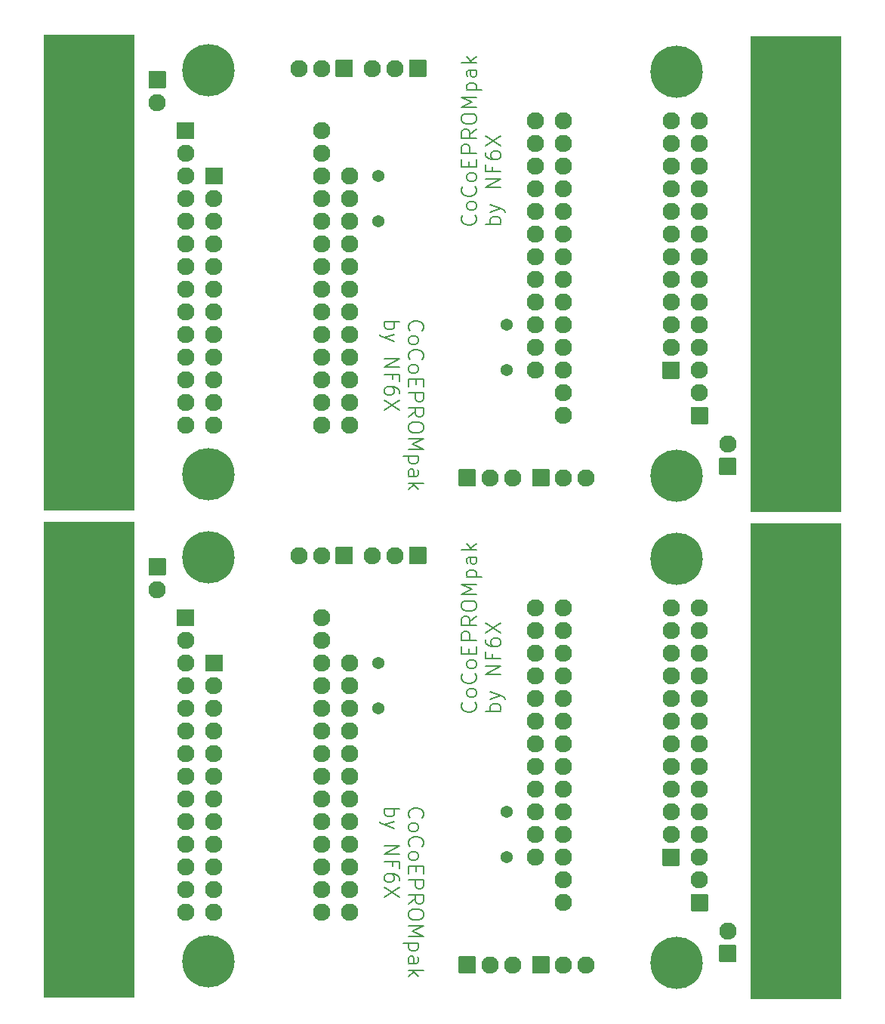
<source format=gbr>
%TF.GenerationSoftware,KiCad,Pcbnew,(5.1.10)-1*%
%TF.CreationDate,2022-10-07T13:26:38-03:00*%
%TF.ProjectId,CoCoEPROMpak,436f436f-4550-4524-9f4d-70616b2e6b69,rev?*%
%TF.SameCoordinates,Original*%
%TF.FileFunction,Soldermask,Top*%
%TF.FilePolarity,Negative*%
%FSLAX46Y46*%
G04 Gerber Fmt 4.6, Leading zero omitted, Abs format (unit mm)*
G04 Created by KiCad (PCBNEW (5.1.10)-1) date 2022-10-07 13:26:38*
%MOMM*%
%LPD*%
G01*
G04 APERTURE LIST*
%ADD10C,0.142240*%
%ADD11C,0.100000*%
%ADD12C,1.371600*%
%ADD13C,1.930400*%
%ADD14C,5.867400*%
G04 APERTURE END LIST*
D10*
X130661410Y-58319077D02*
X130741843Y-58399510D01*
X130822276Y-58640810D01*
X130822276Y-58801677D01*
X130741843Y-59042977D01*
X130580976Y-59203844D01*
X130420110Y-59284277D01*
X130098376Y-59364710D01*
X129857076Y-59364710D01*
X129535343Y-59284277D01*
X129374476Y-59203844D01*
X129213610Y-59042977D01*
X129133176Y-58801677D01*
X129133176Y-58640810D01*
X129213610Y-58399510D01*
X129294043Y-58319077D01*
X130822276Y-57353877D02*
X130741843Y-57514744D01*
X130661410Y-57595177D01*
X130500543Y-57675610D01*
X130017943Y-57675610D01*
X129857076Y-57595177D01*
X129776643Y-57514744D01*
X129696210Y-57353877D01*
X129696210Y-57112577D01*
X129776643Y-56951710D01*
X129857076Y-56871277D01*
X130017943Y-56790844D01*
X130500543Y-56790844D01*
X130661410Y-56871277D01*
X130741843Y-56951710D01*
X130822276Y-57112577D01*
X130822276Y-57353877D01*
X130661410Y-55101744D02*
X130741843Y-55182177D01*
X130822276Y-55423477D01*
X130822276Y-55584344D01*
X130741843Y-55825644D01*
X130580976Y-55986510D01*
X130420110Y-56066944D01*
X130098376Y-56147377D01*
X129857076Y-56147377D01*
X129535343Y-56066944D01*
X129374476Y-55986510D01*
X129213610Y-55825644D01*
X129133176Y-55584344D01*
X129133176Y-55423477D01*
X129213610Y-55182177D01*
X129294043Y-55101744D01*
X130822276Y-54136544D02*
X130741843Y-54297410D01*
X130661410Y-54377844D01*
X130500543Y-54458277D01*
X130017943Y-54458277D01*
X129857076Y-54377844D01*
X129776643Y-54297410D01*
X129696210Y-54136544D01*
X129696210Y-53895244D01*
X129776643Y-53734377D01*
X129857076Y-53653944D01*
X130017943Y-53573510D01*
X130500543Y-53573510D01*
X130661410Y-53653944D01*
X130741843Y-53734377D01*
X130822276Y-53895244D01*
X130822276Y-54136544D01*
X129937510Y-52849610D02*
X129937510Y-52286577D01*
X130822276Y-52045277D02*
X130822276Y-52849610D01*
X129133176Y-52849610D01*
X129133176Y-52045277D01*
X130822276Y-51321377D02*
X129133176Y-51321377D01*
X129133176Y-50677910D01*
X129213610Y-50517044D01*
X129294043Y-50436610D01*
X129454910Y-50356177D01*
X129696210Y-50356177D01*
X129857076Y-50436610D01*
X129937510Y-50517044D01*
X130017943Y-50677910D01*
X130017943Y-51321377D01*
X130822276Y-48667077D02*
X130017943Y-49230110D01*
X130822276Y-49632277D02*
X129133176Y-49632277D01*
X129133176Y-48988810D01*
X129213610Y-48827944D01*
X129294043Y-48747510D01*
X129454910Y-48667077D01*
X129696210Y-48667077D01*
X129857076Y-48747510D01*
X129937510Y-48827944D01*
X130017943Y-48988810D01*
X130017943Y-49632277D01*
X129133176Y-47621444D02*
X129133176Y-47299710D01*
X129213610Y-47138844D01*
X129374476Y-46977977D01*
X129696210Y-46897544D01*
X130259243Y-46897544D01*
X130580976Y-46977977D01*
X130741843Y-47138844D01*
X130822276Y-47299710D01*
X130822276Y-47621444D01*
X130741843Y-47782310D01*
X130580976Y-47943177D01*
X130259243Y-48023610D01*
X129696210Y-48023610D01*
X129374476Y-47943177D01*
X129213610Y-47782310D01*
X129133176Y-47621444D01*
X130822276Y-46173644D02*
X129133176Y-46173644D01*
X130339676Y-45610610D01*
X129133176Y-45047577D01*
X130822276Y-45047577D01*
X129696210Y-44243244D02*
X131385310Y-44243244D01*
X129776643Y-44243244D02*
X129696210Y-44082377D01*
X129696210Y-43760644D01*
X129776643Y-43599777D01*
X129857076Y-43519344D01*
X130017943Y-43438910D01*
X130500543Y-43438910D01*
X130661410Y-43519344D01*
X130741843Y-43599777D01*
X130822276Y-43760644D01*
X130822276Y-44082377D01*
X130741843Y-44243244D01*
X130822276Y-41991110D02*
X129937510Y-41991110D01*
X129776643Y-42071544D01*
X129696210Y-42232410D01*
X129696210Y-42554144D01*
X129776643Y-42715010D01*
X130741843Y-41991110D02*
X130822276Y-42151977D01*
X130822276Y-42554144D01*
X130741843Y-42715010D01*
X130580976Y-42795444D01*
X130420110Y-42795444D01*
X130259243Y-42715010D01*
X130178810Y-42554144D01*
X130178810Y-42151977D01*
X130098376Y-41991110D01*
X130822276Y-41186777D02*
X129133176Y-41186777D01*
X130178810Y-41025910D02*
X130822276Y-40543310D01*
X129696210Y-40543310D02*
X130339676Y-41186777D01*
X133498166Y-59284277D02*
X131809066Y-59284277D01*
X132452533Y-59284277D02*
X132372100Y-59123410D01*
X132372100Y-58801677D01*
X132452533Y-58640810D01*
X132532966Y-58560377D01*
X132693833Y-58479944D01*
X133176433Y-58479944D01*
X133337300Y-58560377D01*
X133417733Y-58640810D01*
X133498166Y-58801677D01*
X133498166Y-59123410D01*
X133417733Y-59284277D01*
X132372100Y-57916910D02*
X133498166Y-57514744D01*
X132372100Y-57112577D02*
X133498166Y-57514744D01*
X133900333Y-57675610D01*
X133980766Y-57756044D01*
X134061200Y-57916910D01*
X133498166Y-55182177D02*
X131809066Y-55182177D01*
X133498166Y-54216977D01*
X131809066Y-54216977D01*
X132613400Y-52849610D02*
X132613400Y-53412644D01*
X133498166Y-53412644D02*
X131809066Y-53412644D01*
X131809066Y-52608310D01*
X131809066Y-51240944D02*
X131809066Y-51562677D01*
X131889500Y-51723544D01*
X131969933Y-51803977D01*
X132211233Y-51964844D01*
X132532966Y-52045277D01*
X133176433Y-52045277D01*
X133337300Y-51964844D01*
X133417733Y-51884410D01*
X133498166Y-51723544D01*
X133498166Y-51401810D01*
X133417733Y-51240944D01*
X133337300Y-51160510D01*
X133176433Y-51080077D01*
X132774266Y-51080077D01*
X132613400Y-51160510D01*
X132532966Y-51240944D01*
X132452533Y-51401810D01*
X132452533Y-51723544D01*
X132532966Y-51884410D01*
X132613400Y-51964844D01*
X132774266Y-52045277D01*
X131809066Y-50517044D02*
X133498166Y-49390977D01*
X131809066Y-49390977D02*
X133498166Y-50517044D01*
X130661410Y-112929077D02*
X130741843Y-113009510D01*
X130822276Y-113250810D01*
X130822276Y-113411677D01*
X130741843Y-113652977D01*
X130580976Y-113813844D01*
X130420110Y-113894277D01*
X130098376Y-113974710D01*
X129857076Y-113974710D01*
X129535343Y-113894277D01*
X129374476Y-113813844D01*
X129213610Y-113652977D01*
X129133176Y-113411677D01*
X129133176Y-113250810D01*
X129213610Y-113009510D01*
X129294043Y-112929077D01*
X130822276Y-111963877D02*
X130741843Y-112124744D01*
X130661410Y-112205177D01*
X130500543Y-112285610D01*
X130017943Y-112285610D01*
X129857076Y-112205177D01*
X129776643Y-112124744D01*
X129696210Y-111963877D01*
X129696210Y-111722577D01*
X129776643Y-111561710D01*
X129857076Y-111481277D01*
X130017943Y-111400844D01*
X130500543Y-111400844D01*
X130661410Y-111481277D01*
X130741843Y-111561710D01*
X130822276Y-111722577D01*
X130822276Y-111963877D01*
X130661410Y-109711744D02*
X130741843Y-109792177D01*
X130822276Y-110033477D01*
X130822276Y-110194344D01*
X130741843Y-110435644D01*
X130580976Y-110596510D01*
X130420110Y-110676944D01*
X130098376Y-110757377D01*
X129857076Y-110757377D01*
X129535343Y-110676944D01*
X129374476Y-110596510D01*
X129213610Y-110435644D01*
X129133176Y-110194344D01*
X129133176Y-110033477D01*
X129213610Y-109792177D01*
X129294043Y-109711744D01*
X130822276Y-108746544D02*
X130741843Y-108907410D01*
X130661410Y-108987844D01*
X130500543Y-109068277D01*
X130017943Y-109068277D01*
X129857076Y-108987844D01*
X129776643Y-108907410D01*
X129696210Y-108746544D01*
X129696210Y-108505244D01*
X129776643Y-108344377D01*
X129857076Y-108263944D01*
X130017943Y-108183510D01*
X130500543Y-108183510D01*
X130661410Y-108263944D01*
X130741843Y-108344377D01*
X130822276Y-108505244D01*
X130822276Y-108746544D01*
X129937510Y-107459610D02*
X129937510Y-106896577D01*
X130822276Y-106655277D02*
X130822276Y-107459610D01*
X129133176Y-107459610D01*
X129133176Y-106655277D01*
X130822276Y-105931377D02*
X129133176Y-105931377D01*
X129133176Y-105287910D01*
X129213610Y-105127044D01*
X129294043Y-105046610D01*
X129454910Y-104966177D01*
X129696210Y-104966177D01*
X129857076Y-105046610D01*
X129937510Y-105127044D01*
X130017943Y-105287910D01*
X130017943Y-105931377D01*
X130822276Y-103277077D02*
X130017943Y-103840110D01*
X130822276Y-104242277D02*
X129133176Y-104242277D01*
X129133176Y-103598810D01*
X129213610Y-103437944D01*
X129294043Y-103357510D01*
X129454910Y-103277077D01*
X129696210Y-103277077D01*
X129857076Y-103357510D01*
X129937510Y-103437944D01*
X130017943Y-103598810D01*
X130017943Y-104242277D01*
X129133176Y-102231444D02*
X129133176Y-101909710D01*
X129213610Y-101748844D01*
X129374476Y-101587977D01*
X129696210Y-101507544D01*
X130259243Y-101507544D01*
X130580976Y-101587977D01*
X130741843Y-101748844D01*
X130822276Y-101909710D01*
X130822276Y-102231444D01*
X130741843Y-102392310D01*
X130580976Y-102553177D01*
X130259243Y-102633610D01*
X129696210Y-102633610D01*
X129374476Y-102553177D01*
X129213610Y-102392310D01*
X129133176Y-102231444D01*
X130822276Y-100783644D02*
X129133176Y-100783644D01*
X130339676Y-100220610D01*
X129133176Y-99657577D01*
X130822276Y-99657577D01*
X129696210Y-98853244D02*
X131385310Y-98853244D01*
X129776643Y-98853244D02*
X129696210Y-98692377D01*
X129696210Y-98370644D01*
X129776643Y-98209777D01*
X129857076Y-98129344D01*
X130017943Y-98048910D01*
X130500543Y-98048910D01*
X130661410Y-98129344D01*
X130741843Y-98209777D01*
X130822276Y-98370644D01*
X130822276Y-98692377D01*
X130741843Y-98853244D01*
X130822276Y-96601110D02*
X129937510Y-96601110D01*
X129776643Y-96681544D01*
X129696210Y-96842410D01*
X129696210Y-97164144D01*
X129776643Y-97325010D01*
X130741843Y-96601110D02*
X130822276Y-96761977D01*
X130822276Y-97164144D01*
X130741843Y-97325010D01*
X130580976Y-97405444D01*
X130420110Y-97405444D01*
X130259243Y-97325010D01*
X130178810Y-97164144D01*
X130178810Y-96761977D01*
X130098376Y-96601110D01*
X130822276Y-95796777D02*
X129133176Y-95796777D01*
X130178810Y-95635910D02*
X130822276Y-95153310D01*
X129696210Y-95153310D02*
X130339676Y-95796777D01*
X133498166Y-113894277D02*
X131809066Y-113894277D01*
X132452533Y-113894277D02*
X132372100Y-113733410D01*
X132372100Y-113411677D01*
X132452533Y-113250810D01*
X132532966Y-113170377D01*
X132693833Y-113089944D01*
X133176433Y-113089944D01*
X133337300Y-113170377D01*
X133417733Y-113250810D01*
X133498166Y-113411677D01*
X133498166Y-113733410D01*
X133417733Y-113894277D01*
X132372100Y-112526910D02*
X133498166Y-112124744D01*
X132372100Y-111722577D02*
X133498166Y-112124744D01*
X133900333Y-112285610D01*
X133980766Y-112366044D01*
X134061200Y-112526910D01*
X133498166Y-109792177D02*
X131809066Y-109792177D01*
X133498166Y-108826977D01*
X131809066Y-108826977D01*
X132613400Y-107459610D02*
X132613400Y-108022644D01*
X133498166Y-108022644D02*
X131809066Y-108022644D01*
X131809066Y-107218310D01*
X131809066Y-105850944D02*
X131809066Y-106172677D01*
X131889500Y-106333544D01*
X131969933Y-106413977D01*
X132211233Y-106574844D01*
X132532966Y-106655277D01*
X133176433Y-106655277D01*
X133337300Y-106574844D01*
X133417733Y-106494410D01*
X133498166Y-106333544D01*
X133498166Y-106011810D01*
X133417733Y-105850944D01*
X133337300Y-105770510D01*
X133176433Y-105690077D01*
X132774266Y-105690077D01*
X132613400Y-105770510D01*
X132532966Y-105850944D01*
X132452533Y-106011810D01*
X132452533Y-106333544D01*
X132532966Y-106494410D01*
X132613400Y-106574844D01*
X132774266Y-106655277D01*
X131809066Y-105127044D02*
X133498166Y-104000977D01*
X131809066Y-104000977D02*
X133498166Y-105127044D01*
X123338590Y-125830922D02*
X123258156Y-125750489D01*
X123177723Y-125509189D01*
X123177723Y-125348322D01*
X123258156Y-125107022D01*
X123419023Y-124946156D01*
X123579890Y-124865722D01*
X123901623Y-124785289D01*
X124142923Y-124785289D01*
X124464656Y-124865722D01*
X124625523Y-124946156D01*
X124786390Y-125107022D01*
X124866823Y-125348322D01*
X124866823Y-125509189D01*
X124786390Y-125750489D01*
X124705956Y-125830922D01*
X123177723Y-126796122D02*
X123258156Y-126635256D01*
X123338590Y-126554822D01*
X123499456Y-126474389D01*
X123982056Y-126474389D01*
X124142923Y-126554822D01*
X124223356Y-126635256D01*
X124303790Y-126796122D01*
X124303790Y-127037422D01*
X124223356Y-127198289D01*
X124142923Y-127278722D01*
X123982056Y-127359156D01*
X123499456Y-127359156D01*
X123338590Y-127278722D01*
X123258156Y-127198289D01*
X123177723Y-127037422D01*
X123177723Y-126796122D01*
X123338590Y-129048256D02*
X123258156Y-128967822D01*
X123177723Y-128726522D01*
X123177723Y-128565656D01*
X123258156Y-128324356D01*
X123419023Y-128163489D01*
X123579890Y-128083056D01*
X123901623Y-128002622D01*
X124142923Y-128002622D01*
X124464656Y-128083056D01*
X124625523Y-128163489D01*
X124786390Y-128324356D01*
X124866823Y-128565656D01*
X124866823Y-128726522D01*
X124786390Y-128967822D01*
X124705956Y-129048256D01*
X123177723Y-130013456D02*
X123258156Y-129852589D01*
X123338590Y-129772156D01*
X123499456Y-129691722D01*
X123982056Y-129691722D01*
X124142923Y-129772156D01*
X124223356Y-129852589D01*
X124303790Y-130013456D01*
X124303790Y-130254756D01*
X124223356Y-130415622D01*
X124142923Y-130496056D01*
X123982056Y-130576489D01*
X123499456Y-130576489D01*
X123338590Y-130496056D01*
X123258156Y-130415622D01*
X123177723Y-130254756D01*
X123177723Y-130013456D01*
X124062490Y-131300389D02*
X124062490Y-131863422D01*
X123177723Y-132104722D02*
X123177723Y-131300389D01*
X124866823Y-131300389D01*
X124866823Y-132104722D01*
X123177723Y-132828622D02*
X124866823Y-132828622D01*
X124866823Y-133472089D01*
X124786390Y-133632956D01*
X124705956Y-133713389D01*
X124545090Y-133793822D01*
X124303790Y-133793822D01*
X124142923Y-133713389D01*
X124062490Y-133632956D01*
X123982056Y-133472089D01*
X123982056Y-132828622D01*
X123177723Y-135482922D02*
X123982056Y-134919889D01*
X123177723Y-134517722D02*
X124866823Y-134517722D01*
X124866823Y-135161189D01*
X124786390Y-135322056D01*
X124705956Y-135402489D01*
X124545090Y-135482922D01*
X124303790Y-135482922D01*
X124142923Y-135402489D01*
X124062490Y-135322056D01*
X123982056Y-135161189D01*
X123982056Y-134517722D01*
X124866823Y-136528556D02*
X124866823Y-136850289D01*
X124786390Y-137011156D01*
X124625523Y-137172022D01*
X124303790Y-137252456D01*
X123740756Y-137252456D01*
X123419023Y-137172022D01*
X123258156Y-137011156D01*
X123177723Y-136850289D01*
X123177723Y-136528556D01*
X123258156Y-136367689D01*
X123419023Y-136206822D01*
X123740756Y-136126389D01*
X124303790Y-136126389D01*
X124625523Y-136206822D01*
X124786390Y-136367689D01*
X124866823Y-136528556D01*
X123177723Y-137976356D02*
X124866823Y-137976356D01*
X123660323Y-138539389D01*
X124866823Y-139102422D01*
X123177723Y-139102422D01*
X124303790Y-139906756D02*
X122614690Y-139906756D01*
X124223356Y-139906756D02*
X124303790Y-140067622D01*
X124303790Y-140389356D01*
X124223356Y-140550222D01*
X124142923Y-140630656D01*
X123982056Y-140711089D01*
X123499456Y-140711089D01*
X123338590Y-140630656D01*
X123258156Y-140550222D01*
X123177723Y-140389356D01*
X123177723Y-140067622D01*
X123258156Y-139906756D01*
X123177723Y-142158889D02*
X124062490Y-142158889D01*
X124223356Y-142078456D01*
X124303790Y-141917589D01*
X124303790Y-141595856D01*
X124223356Y-141434989D01*
X123258156Y-142158889D02*
X123177723Y-141998022D01*
X123177723Y-141595856D01*
X123258156Y-141434989D01*
X123419023Y-141354556D01*
X123579890Y-141354556D01*
X123740756Y-141434989D01*
X123821190Y-141595856D01*
X123821190Y-141998022D01*
X123901623Y-142158889D01*
X123177723Y-142963222D02*
X124866823Y-142963222D01*
X123821190Y-143124089D02*
X123177723Y-143606689D01*
X124303790Y-143606689D02*
X123660323Y-142963222D01*
X120501833Y-124865722D02*
X122190933Y-124865722D01*
X121547466Y-124865722D02*
X121627900Y-125026589D01*
X121627900Y-125348322D01*
X121547466Y-125509189D01*
X121467033Y-125589622D01*
X121306166Y-125670056D01*
X120823566Y-125670056D01*
X120662700Y-125589622D01*
X120582266Y-125509189D01*
X120501833Y-125348322D01*
X120501833Y-125026589D01*
X120582266Y-124865722D01*
X121627900Y-126233089D02*
X120501833Y-126635256D01*
X121627900Y-127037422D02*
X120501833Y-126635256D01*
X120099666Y-126474389D01*
X120019233Y-126393956D01*
X119938800Y-126233089D01*
X120501833Y-128967822D02*
X122190933Y-128967822D01*
X120501833Y-129933022D01*
X122190933Y-129933022D01*
X121386600Y-131300389D02*
X121386600Y-130737356D01*
X120501833Y-130737356D02*
X122190933Y-130737356D01*
X122190933Y-131541689D01*
X122190933Y-132909056D02*
X122190933Y-132587322D01*
X122110500Y-132426456D01*
X122030066Y-132346022D01*
X121788766Y-132185156D01*
X121467033Y-132104722D01*
X120823566Y-132104722D01*
X120662700Y-132185156D01*
X120582266Y-132265589D01*
X120501833Y-132426456D01*
X120501833Y-132748189D01*
X120582266Y-132909056D01*
X120662700Y-132989489D01*
X120823566Y-133069922D01*
X121225733Y-133069922D01*
X121386600Y-132989489D01*
X121467033Y-132909056D01*
X121547466Y-132748189D01*
X121547466Y-132426456D01*
X121467033Y-132265589D01*
X121386600Y-132185156D01*
X121225733Y-132104722D01*
X122190933Y-133632956D02*
X120501833Y-134759022D01*
X122190933Y-134759022D02*
X120501833Y-133632956D01*
X123338590Y-71220922D02*
X123258156Y-71140489D01*
X123177723Y-70899189D01*
X123177723Y-70738322D01*
X123258156Y-70497022D01*
X123419023Y-70336156D01*
X123579890Y-70255722D01*
X123901623Y-70175289D01*
X124142923Y-70175289D01*
X124464656Y-70255722D01*
X124625523Y-70336156D01*
X124786390Y-70497022D01*
X124866823Y-70738322D01*
X124866823Y-70899189D01*
X124786390Y-71140489D01*
X124705956Y-71220922D01*
X123177723Y-72186122D02*
X123258156Y-72025256D01*
X123338590Y-71944822D01*
X123499456Y-71864389D01*
X123982056Y-71864389D01*
X124142923Y-71944822D01*
X124223356Y-72025256D01*
X124303790Y-72186122D01*
X124303790Y-72427422D01*
X124223356Y-72588289D01*
X124142923Y-72668722D01*
X123982056Y-72749156D01*
X123499456Y-72749156D01*
X123338590Y-72668722D01*
X123258156Y-72588289D01*
X123177723Y-72427422D01*
X123177723Y-72186122D01*
X123338590Y-74438256D02*
X123258156Y-74357822D01*
X123177723Y-74116522D01*
X123177723Y-73955656D01*
X123258156Y-73714356D01*
X123419023Y-73553489D01*
X123579890Y-73473056D01*
X123901623Y-73392622D01*
X124142923Y-73392622D01*
X124464656Y-73473056D01*
X124625523Y-73553489D01*
X124786390Y-73714356D01*
X124866823Y-73955656D01*
X124866823Y-74116522D01*
X124786390Y-74357822D01*
X124705956Y-74438256D01*
X123177723Y-75403456D02*
X123258156Y-75242589D01*
X123338590Y-75162156D01*
X123499456Y-75081722D01*
X123982056Y-75081722D01*
X124142923Y-75162156D01*
X124223356Y-75242589D01*
X124303790Y-75403456D01*
X124303790Y-75644756D01*
X124223356Y-75805622D01*
X124142923Y-75886056D01*
X123982056Y-75966489D01*
X123499456Y-75966489D01*
X123338590Y-75886056D01*
X123258156Y-75805622D01*
X123177723Y-75644756D01*
X123177723Y-75403456D01*
X124062490Y-76690389D02*
X124062490Y-77253422D01*
X123177723Y-77494722D02*
X123177723Y-76690389D01*
X124866823Y-76690389D01*
X124866823Y-77494722D01*
X123177723Y-78218622D02*
X124866823Y-78218622D01*
X124866823Y-78862089D01*
X124786390Y-79022956D01*
X124705956Y-79103389D01*
X124545090Y-79183822D01*
X124303790Y-79183822D01*
X124142923Y-79103389D01*
X124062490Y-79022956D01*
X123982056Y-78862089D01*
X123982056Y-78218622D01*
X123177723Y-80872922D02*
X123982056Y-80309889D01*
X123177723Y-79907722D02*
X124866823Y-79907722D01*
X124866823Y-80551189D01*
X124786390Y-80712056D01*
X124705956Y-80792489D01*
X124545090Y-80872922D01*
X124303790Y-80872922D01*
X124142923Y-80792489D01*
X124062490Y-80712056D01*
X123982056Y-80551189D01*
X123982056Y-79907722D01*
X124866823Y-81918556D02*
X124866823Y-82240289D01*
X124786390Y-82401156D01*
X124625523Y-82562022D01*
X124303790Y-82642456D01*
X123740756Y-82642456D01*
X123419023Y-82562022D01*
X123258156Y-82401156D01*
X123177723Y-82240289D01*
X123177723Y-81918556D01*
X123258156Y-81757689D01*
X123419023Y-81596822D01*
X123740756Y-81516389D01*
X124303790Y-81516389D01*
X124625523Y-81596822D01*
X124786390Y-81757689D01*
X124866823Y-81918556D01*
X123177723Y-83366356D02*
X124866823Y-83366356D01*
X123660323Y-83929389D01*
X124866823Y-84492422D01*
X123177723Y-84492422D01*
X124303790Y-85296756D02*
X122614690Y-85296756D01*
X124223356Y-85296756D02*
X124303790Y-85457622D01*
X124303790Y-85779356D01*
X124223356Y-85940222D01*
X124142923Y-86020656D01*
X123982056Y-86101089D01*
X123499456Y-86101089D01*
X123338590Y-86020656D01*
X123258156Y-85940222D01*
X123177723Y-85779356D01*
X123177723Y-85457622D01*
X123258156Y-85296756D01*
X123177723Y-87548889D02*
X124062490Y-87548889D01*
X124223356Y-87468456D01*
X124303790Y-87307589D01*
X124303790Y-86985856D01*
X124223356Y-86824989D01*
X123258156Y-87548889D02*
X123177723Y-87388022D01*
X123177723Y-86985856D01*
X123258156Y-86824989D01*
X123419023Y-86744556D01*
X123579890Y-86744556D01*
X123740756Y-86824989D01*
X123821190Y-86985856D01*
X123821190Y-87388022D01*
X123901623Y-87548889D01*
X123177723Y-88353222D02*
X124866823Y-88353222D01*
X123821190Y-88514089D02*
X123177723Y-88996689D01*
X124303790Y-88996689D02*
X123660323Y-88353222D01*
X120501833Y-70255722D02*
X122190933Y-70255722D01*
X121547466Y-70255722D02*
X121627900Y-70416589D01*
X121627900Y-70738322D01*
X121547466Y-70899189D01*
X121467033Y-70979622D01*
X121306166Y-71060056D01*
X120823566Y-71060056D01*
X120662700Y-70979622D01*
X120582266Y-70899189D01*
X120501833Y-70738322D01*
X120501833Y-70416589D01*
X120582266Y-70255722D01*
X121627900Y-71623089D02*
X120501833Y-72025256D01*
X121627900Y-72427422D02*
X120501833Y-72025256D01*
X120099666Y-71864389D01*
X120019233Y-71783956D01*
X119938800Y-71623089D01*
X120501833Y-74357822D02*
X122190933Y-74357822D01*
X120501833Y-75323022D01*
X122190933Y-75323022D01*
X121386600Y-76690389D02*
X121386600Y-76127356D01*
X120501833Y-76127356D02*
X122190933Y-76127356D01*
X122190933Y-76931689D01*
X122190933Y-78299056D02*
X122190933Y-77977322D01*
X122110500Y-77816456D01*
X122030066Y-77736022D01*
X121788766Y-77575156D01*
X121467033Y-77494722D01*
X120823566Y-77494722D01*
X120662700Y-77575156D01*
X120582266Y-77655589D01*
X120501833Y-77816456D01*
X120501833Y-78138189D01*
X120582266Y-78299056D01*
X120662700Y-78379489D01*
X120823566Y-78459922D01*
X121225733Y-78459922D01*
X121386600Y-78379489D01*
X121467033Y-78299056D01*
X121547466Y-78138189D01*
X121547466Y-77816456D01*
X121467033Y-77655589D01*
X121386600Y-77575156D01*
X121225733Y-77494722D01*
X122190933Y-79022956D02*
X120501833Y-80149022D01*
X122190933Y-80149022D02*
X120501833Y-79022956D01*
D11*
%TO.C,P1*%
G36*
X171678600Y-146138900D02*
G01*
X171678600Y-92798900D01*
X161518600Y-92798900D01*
X161518600Y-146138900D01*
X171678600Y-146138900D01*
G37*
G36*
X171678600Y-91528900D02*
G01*
X171678600Y-38188900D01*
X161518600Y-38188900D01*
X161518600Y-91528900D01*
X171678600Y-91528900D01*
G37*
G36*
X82321400Y-92621100D02*
G01*
X82321400Y-145961100D01*
X92481400Y-145961100D01*
X92481400Y-92621100D01*
X82321400Y-92621100D01*
G37*
G36*
X82321400Y-38011100D02*
G01*
X82321400Y-91351100D01*
X92481400Y-91351100D01*
X92481400Y-38011100D01*
X82321400Y-38011100D01*
G37*
%TD*%
D12*
%TO.C,C1*%
X134213600Y-130263900D03*
X134213600Y-125183900D03*
%TD*%
%TO.C,U2*%
G36*
G01*
X156768800Y-134454900D02*
X156768800Y-136232900D01*
G75*
G02*
X156692600Y-136309100I-76200J0D01*
G01*
X154914600Y-136309100D01*
G75*
G02*
X154838400Y-136232900I0J76200D01*
G01*
X154838400Y-134454900D01*
G75*
G02*
X154914600Y-134378700I76200J0D01*
G01*
X156692600Y-134378700D01*
G75*
G02*
X156768800Y-134454900I0J-76200D01*
G01*
G37*
D13*
X155803600Y-132803900D03*
X155803600Y-120103900D03*
X155803600Y-117563900D03*
X155803600Y-130263900D03*
X155803600Y-127723900D03*
X155803600Y-122643900D03*
X155803600Y-125183900D03*
X155803600Y-115023900D03*
X155803600Y-112483900D03*
X155803600Y-109943900D03*
X155803600Y-107403900D03*
X155803600Y-104863900D03*
X155803600Y-102323900D03*
X140563600Y-102323900D03*
X140563600Y-104863900D03*
X140563600Y-107403900D03*
X140563600Y-109943900D03*
X140563600Y-112483900D03*
X140563600Y-115023900D03*
X140563600Y-117563900D03*
X140563600Y-120103900D03*
X140563600Y-122643900D03*
X140563600Y-125183900D03*
X140563600Y-127723900D03*
X140563600Y-130263900D03*
X140563600Y-132803900D03*
X140563600Y-135343900D03*
%TD*%
%TO.C,JP1*%
G36*
G01*
X159943800Y-140169900D02*
X159943800Y-141947900D01*
G75*
G02*
X159867600Y-142024100I-76200J0D01*
G01*
X158089600Y-142024100D01*
G75*
G02*
X158013400Y-141947900I0J76200D01*
G01*
X158013400Y-140169900D01*
G75*
G02*
X158089600Y-140093700I76200J0D01*
G01*
X159867600Y-140093700D01*
G75*
G02*
X159943800Y-140169900I0J-76200D01*
G01*
G37*
X158978600Y-138518900D03*
%TD*%
%TO.C,P1*%
G36*
G01*
X171234100Y-144310100D02*
X161709100Y-144310100D01*
G75*
G02*
X161632900Y-144233900I0J76200D01*
G01*
X161632900Y-142963900D01*
G75*
G02*
X161709100Y-142887700I76200J0D01*
G01*
X171234100Y-142887700D01*
G75*
G02*
X171310300Y-142963900I0J-76200D01*
G01*
X171310300Y-144233900D01*
G75*
G02*
X171234100Y-144310100I-76200J0D01*
G01*
G37*
G36*
G01*
X171234100Y-141770100D02*
X161709100Y-141770100D01*
G75*
G02*
X161632900Y-141693900I0J76200D01*
G01*
X161632900Y-140423900D01*
G75*
G02*
X161709100Y-140347700I76200J0D01*
G01*
X171234100Y-140347700D01*
G75*
G02*
X171310300Y-140423900I0J-76200D01*
G01*
X171310300Y-141693900D01*
G75*
G02*
X171234100Y-141770100I-76200J0D01*
G01*
G37*
G36*
G01*
X171234100Y-139230100D02*
X161709100Y-139230100D01*
G75*
G02*
X161632900Y-139153900I0J76200D01*
G01*
X161632900Y-137883900D01*
G75*
G02*
X161709100Y-137807700I76200J0D01*
G01*
X171234100Y-137807700D01*
G75*
G02*
X171310300Y-137883900I0J-76200D01*
G01*
X171310300Y-139153900D01*
G75*
G02*
X171234100Y-139230100I-76200J0D01*
G01*
G37*
G36*
G01*
X171234100Y-136690100D02*
X161709100Y-136690100D01*
G75*
G02*
X161632900Y-136613900I0J76200D01*
G01*
X161632900Y-135343900D01*
G75*
G02*
X161709100Y-135267700I76200J0D01*
G01*
X171234100Y-135267700D01*
G75*
G02*
X171310300Y-135343900I0J-76200D01*
G01*
X171310300Y-136613900D01*
G75*
G02*
X171234100Y-136690100I-76200J0D01*
G01*
G37*
G36*
G01*
X168821100Y-134150100D02*
X161836100Y-134150100D01*
G75*
G02*
X161759900Y-134073900I0J76200D01*
G01*
X161759900Y-132803900D01*
G75*
G02*
X161836100Y-132727700I76200J0D01*
G01*
X168821100Y-132727700D01*
G75*
G02*
X168897300Y-132803900I0J-76200D01*
G01*
X168897300Y-134073900D01*
G75*
G02*
X168821100Y-134150100I-76200J0D01*
G01*
G37*
G36*
G01*
X171234100Y-131610100D02*
X161709100Y-131610100D01*
G75*
G02*
X161632900Y-131533900I0J76200D01*
G01*
X161632900Y-130263900D01*
G75*
G02*
X161709100Y-130187700I76200J0D01*
G01*
X171234100Y-130187700D01*
G75*
G02*
X171310300Y-130263900I0J-76200D01*
G01*
X171310300Y-131533900D01*
G75*
G02*
X171234100Y-131610100I-76200J0D01*
G01*
G37*
G36*
G01*
X171234100Y-129070100D02*
X161709100Y-129070100D01*
G75*
G02*
X161632900Y-128993900I0J76200D01*
G01*
X161632900Y-127723900D01*
G75*
G02*
X161709100Y-127647700I76200J0D01*
G01*
X171234100Y-127647700D01*
G75*
G02*
X171310300Y-127723900I0J-76200D01*
G01*
X171310300Y-128993900D01*
G75*
G02*
X171234100Y-129070100I-76200J0D01*
G01*
G37*
G36*
G01*
X171234100Y-126530100D02*
X161709100Y-126530100D01*
G75*
G02*
X161632900Y-126453900I0J76200D01*
G01*
X161632900Y-125183900D01*
G75*
G02*
X161709100Y-125107700I76200J0D01*
G01*
X171234100Y-125107700D01*
G75*
G02*
X171310300Y-125183900I0J-76200D01*
G01*
X171310300Y-126453900D01*
G75*
G02*
X171234100Y-126530100I-76200J0D01*
G01*
G37*
G36*
G01*
X171234100Y-123990100D02*
X161709100Y-123990100D01*
G75*
G02*
X161632900Y-123913900I0J76200D01*
G01*
X161632900Y-122643900D01*
G75*
G02*
X161709100Y-122567700I76200J0D01*
G01*
X171234100Y-122567700D01*
G75*
G02*
X171310300Y-122643900I0J-76200D01*
G01*
X171310300Y-123913900D01*
G75*
G02*
X171234100Y-123990100I-76200J0D01*
G01*
G37*
G36*
G01*
X171234100Y-121450100D02*
X161709100Y-121450100D01*
G75*
G02*
X161632900Y-121373900I0J76200D01*
G01*
X161632900Y-120103900D01*
G75*
G02*
X161709100Y-120027700I76200J0D01*
G01*
X171234100Y-120027700D01*
G75*
G02*
X171310300Y-120103900I0J-76200D01*
G01*
X171310300Y-121373900D01*
G75*
G02*
X171234100Y-121450100I-76200J0D01*
G01*
G37*
G36*
G01*
X171234100Y-118910100D02*
X161709100Y-118910100D01*
G75*
G02*
X161632900Y-118833900I0J76200D01*
G01*
X161632900Y-117563900D01*
G75*
G02*
X161709100Y-117487700I76200J0D01*
G01*
X171234100Y-117487700D01*
G75*
G02*
X171310300Y-117563900I0J-76200D01*
G01*
X171310300Y-118833900D01*
G75*
G02*
X171234100Y-118910100I-76200J0D01*
G01*
G37*
G36*
G01*
X171234100Y-116370100D02*
X161709100Y-116370100D01*
G75*
G02*
X161632900Y-116293900I0J76200D01*
G01*
X161632900Y-115023900D01*
G75*
G02*
X161709100Y-114947700I76200J0D01*
G01*
X171234100Y-114947700D01*
G75*
G02*
X171310300Y-115023900I0J-76200D01*
G01*
X171310300Y-116293900D01*
G75*
G02*
X171234100Y-116370100I-76200J0D01*
G01*
G37*
G36*
G01*
X171234100Y-113830100D02*
X161709100Y-113830100D01*
G75*
G02*
X161632900Y-113753900I0J76200D01*
G01*
X161632900Y-112483900D01*
G75*
G02*
X161709100Y-112407700I76200J0D01*
G01*
X171234100Y-112407700D01*
G75*
G02*
X171310300Y-112483900I0J-76200D01*
G01*
X171310300Y-113753900D01*
G75*
G02*
X171234100Y-113830100I-76200J0D01*
G01*
G37*
G36*
G01*
X171234100Y-111290100D02*
X161709100Y-111290100D01*
G75*
G02*
X161632900Y-111213900I0J76200D01*
G01*
X161632900Y-109943900D01*
G75*
G02*
X161709100Y-109867700I76200J0D01*
G01*
X171234100Y-109867700D01*
G75*
G02*
X171310300Y-109943900I0J-76200D01*
G01*
X171310300Y-111213900D01*
G75*
G02*
X171234100Y-111290100I-76200J0D01*
G01*
G37*
G36*
G01*
X171234100Y-108750100D02*
X161709100Y-108750100D01*
G75*
G02*
X161632900Y-108673900I0J76200D01*
G01*
X161632900Y-107403900D01*
G75*
G02*
X161709100Y-107327700I76200J0D01*
G01*
X171234100Y-107327700D01*
G75*
G02*
X171310300Y-107403900I0J-76200D01*
G01*
X171310300Y-108673900D01*
G75*
G02*
X171234100Y-108750100I-76200J0D01*
G01*
G37*
G36*
G01*
X171234100Y-106210100D02*
X161709100Y-106210100D01*
G75*
G02*
X161632900Y-106133900I0J76200D01*
G01*
X161632900Y-104863900D01*
G75*
G02*
X161709100Y-104787700I76200J0D01*
G01*
X171234100Y-104787700D01*
G75*
G02*
X171310300Y-104863900I0J-76200D01*
G01*
X171310300Y-106133900D01*
G75*
G02*
X171234100Y-106210100I-76200J0D01*
G01*
G37*
G36*
G01*
X171234100Y-103670100D02*
X161709100Y-103670100D01*
G75*
G02*
X161632900Y-103593900I0J76200D01*
G01*
X161632900Y-102323900D01*
G75*
G02*
X161709100Y-102247700I76200J0D01*
G01*
X171234100Y-102247700D01*
G75*
G02*
X171310300Y-102323900I0J-76200D01*
G01*
X171310300Y-103593900D01*
G75*
G02*
X171234100Y-103670100I-76200J0D01*
G01*
G37*
G36*
G01*
X171234100Y-101130100D02*
X161709100Y-101130100D01*
G75*
G02*
X161632900Y-101053900I0J76200D01*
G01*
X161632900Y-99783900D01*
G75*
G02*
X161709100Y-99707700I76200J0D01*
G01*
X171234100Y-99707700D01*
G75*
G02*
X171310300Y-99783900I0J-76200D01*
G01*
X171310300Y-101053900D01*
G75*
G02*
X171234100Y-101130100I-76200J0D01*
G01*
G37*
G36*
G01*
X171234100Y-98590100D02*
X161709100Y-98590100D01*
G75*
G02*
X161632900Y-98513900I0J76200D01*
G01*
X161632900Y-97243900D01*
G75*
G02*
X161709100Y-97167700I76200J0D01*
G01*
X171234100Y-97167700D01*
G75*
G02*
X171310300Y-97243900I0J-76200D01*
G01*
X171310300Y-98513900D01*
G75*
G02*
X171234100Y-98590100I-76200J0D01*
G01*
G37*
G36*
G01*
X171234100Y-96050100D02*
X161709100Y-96050100D01*
G75*
G02*
X161632900Y-95973900I0J76200D01*
G01*
X161632900Y-94703900D01*
G75*
G02*
X161709100Y-94627700I76200J0D01*
G01*
X171234100Y-94627700D01*
G75*
G02*
X171310300Y-94703900I0J-76200D01*
G01*
X171310300Y-95973900D01*
G75*
G02*
X171234100Y-96050100I-76200J0D01*
G01*
G37*
D14*
X153263600Y-142138400D03*
X153263600Y-96799400D03*
%TD*%
%TO.C,JP3*%
G36*
G01*
X138912600Y-143294100D02*
X137134600Y-143294100D01*
G75*
G02*
X137058400Y-143217900I0J76200D01*
G01*
X137058400Y-141439900D01*
G75*
G02*
X137134600Y-141363700I76200J0D01*
G01*
X138912600Y-141363700D01*
G75*
G02*
X138988800Y-141439900I0J-76200D01*
G01*
X138988800Y-143217900D01*
G75*
G02*
X138912600Y-143294100I-76200J0D01*
G01*
G37*
D13*
X140563600Y-142328900D03*
X143103600Y-142328900D03*
%TD*%
%TO.C,JP2*%
G36*
G01*
X130657600Y-143294100D02*
X128879600Y-143294100D01*
G75*
G02*
X128803400Y-143217900I0J76200D01*
G01*
X128803400Y-141439900D01*
G75*
G02*
X128879600Y-141363700I76200J0D01*
G01*
X130657600Y-141363700D01*
G75*
G02*
X130733800Y-141439900I0J-76200D01*
G01*
X130733800Y-143217900D01*
G75*
G02*
X130657600Y-143294100I-76200J0D01*
G01*
G37*
X132308600Y-142328900D03*
X134848600Y-142328900D03*
%TD*%
%TO.C,U1*%
G36*
G01*
X153593800Y-129374900D02*
X153593800Y-131152900D01*
G75*
G02*
X153517600Y-131229100I-76200J0D01*
G01*
X151739600Y-131229100D01*
G75*
G02*
X151663400Y-131152900I0J76200D01*
G01*
X151663400Y-129374900D01*
G75*
G02*
X151739600Y-129298700I76200J0D01*
G01*
X153517600Y-129298700D01*
G75*
G02*
X153593800Y-129374900I0J-76200D01*
G01*
G37*
X152628600Y-127723900D03*
X152628600Y-115023900D03*
X152628600Y-112483900D03*
X152628600Y-125183900D03*
X152628600Y-122643900D03*
X152628600Y-117563900D03*
X152628600Y-120103900D03*
X152628600Y-109943900D03*
X152628600Y-107403900D03*
X152628600Y-104863900D03*
X152628600Y-102323900D03*
X137388600Y-102323900D03*
X137388600Y-104863900D03*
X137388600Y-107403900D03*
X137388600Y-109943900D03*
X137388600Y-112483900D03*
X137388600Y-115023900D03*
X137388600Y-117563900D03*
X137388600Y-120103900D03*
X137388600Y-122643900D03*
X137388600Y-125183900D03*
X137388600Y-127723900D03*
X137388600Y-130263900D03*
%TD*%
D14*
%TO.C,P1*%
X153263600Y-42189400D03*
X153263600Y-87528400D03*
G36*
G01*
X171234100Y-41440100D02*
X161709100Y-41440100D01*
G75*
G02*
X161632900Y-41363900I0J76200D01*
G01*
X161632900Y-40093900D01*
G75*
G02*
X161709100Y-40017700I76200J0D01*
G01*
X171234100Y-40017700D01*
G75*
G02*
X171310300Y-40093900I0J-76200D01*
G01*
X171310300Y-41363900D01*
G75*
G02*
X171234100Y-41440100I-76200J0D01*
G01*
G37*
G36*
G01*
X171234100Y-43980100D02*
X161709100Y-43980100D01*
G75*
G02*
X161632900Y-43903900I0J76200D01*
G01*
X161632900Y-42633900D01*
G75*
G02*
X161709100Y-42557700I76200J0D01*
G01*
X171234100Y-42557700D01*
G75*
G02*
X171310300Y-42633900I0J-76200D01*
G01*
X171310300Y-43903900D01*
G75*
G02*
X171234100Y-43980100I-76200J0D01*
G01*
G37*
G36*
G01*
X171234100Y-46520100D02*
X161709100Y-46520100D01*
G75*
G02*
X161632900Y-46443900I0J76200D01*
G01*
X161632900Y-45173900D01*
G75*
G02*
X161709100Y-45097700I76200J0D01*
G01*
X171234100Y-45097700D01*
G75*
G02*
X171310300Y-45173900I0J-76200D01*
G01*
X171310300Y-46443900D01*
G75*
G02*
X171234100Y-46520100I-76200J0D01*
G01*
G37*
G36*
G01*
X171234100Y-49060100D02*
X161709100Y-49060100D01*
G75*
G02*
X161632900Y-48983900I0J76200D01*
G01*
X161632900Y-47713900D01*
G75*
G02*
X161709100Y-47637700I76200J0D01*
G01*
X171234100Y-47637700D01*
G75*
G02*
X171310300Y-47713900I0J-76200D01*
G01*
X171310300Y-48983900D01*
G75*
G02*
X171234100Y-49060100I-76200J0D01*
G01*
G37*
G36*
G01*
X171234100Y-51600100D02*
X161709100Y-51600100D01*
G75*
G02*
X161632900Y-51523900I0J76200D01*
G01*
X161632900Y-50253900D01*
G75*
G02*
X161709100Y-50177700I76200J0D01*
G01*
X171234100Y-50177700D01*
G75*
G02*
X171310300Y-50253900I0J-76200D01*
G01*
X171310300Y-51523900D01*
G75*
G02*
X171234100Y-51600100I-76200J0D01*
G01*
G37*
G36*
G01*
X171234100Y-54140100D02*
X161709100Y-54140100D01*
G75*
G02*
X161632900Y-54063900I0J76200D01*
G01*
X161632900Y-52793900D01*
G75*
G02*
X161709100Y-52717700I76200J0D01*
G01*
X171234100Y-52717700D01*
G75*
G02*
X171310300Y-52793900I0J-76200D01*
G01*
X171310300Y-54063900D01*
G75*
G02*
X171234100Y-54140100I-76200J0D01*
G01*
G37*
G36*
G01*
X171234100Y-56680100D02*
X161709100Y-56680100D01*
G75*
G02*
X161632900Y-56603900I0J76200D01*
G01*
X161632900Y-55333900D01*
G75*
G02*
X161709100Y-55257700I76200J0D01*
G01*
X171234100Y-55257700D01*
G75*
G02*
X171310300Y-55333900I0J-76200D01*
G01*
X171310300Y-56603900D01*
G75*
G02*
X171234100Y-56680100I-76200J0D01*
G01*
G37*
G36*
G01*
X171234100Y-59220100D02*
X161709100Y-59220100D01*
G75*
G02*
X161632900Y-59143900I0J76200D01*
G01*
X161632900Y-57873900D01*
G75*
G02*
X161709100Y-57797700I76200J0D01*
G01*
X171234100Y-57797700D01*
G75*
G02*
X171310300Y-57873900I0J-76200D01*
G01*
X171310300Y-59143900D01*
G75*
G02*
X171234100Y-59220100I-76200J0D01*
G01*
G37*
G36*
G01*
X171234100Y-61760100D02*
X161709100Y-61760100D01*
G75*
G02*
X161632900Y-61683900I0J76200D01*
G01*
X161632900Y-60413900D01*
G75*
G02*
X161709100Y-60337700I76200J0D01*
G01*
X171234100Y-60337700D01*
G75*
G02*
X171310300Y-60413900I0J-76200D01*
G01*
X171310300Y-61683900D01*
G75*
G02*
X171234100Y-61760100I-76200J0D01*
G01*
G37*
G36*
G01*
X171234100Y-64300100D02*
X161709100Y-64300100D01*
G75*
G02*
X161632900Y-64223900I0J76200D01*
G01*
X161632900Y-62953900D01*
G75*
G02*
X161709100Y-62877700I76200J0D01*
G01*
X171234100Y-62877700D01*
G75*
G02*
X171310300Y-62953900I0J-76200D01*
G01*
X171310300Y-64223900D01*
G75*
G02*
X171234100Y-64300100I-76200J0D01*
G01*
G37*
G36*
G01*
X171234100Y-66840100D02*
X161709100Y-66840100D01*
G75*
G02*
X161632900Y-66763900I0J76200D01*
G01*
X161632900Y-65493900D01*
G75*
G02*
X161709100Y-65417700I76200J0D01*
G01*
X171234100Y-65417700D01*
G75*
G02*
X171310300Y-65493900I0J-76200D01*
G01*
X171310300Y-66763900D01*
G75*
G02*
X171234100Y-66840100I-76200J0D01*
G01*
G37*
G36*
G01*
X171234100Y-69380100D02*
X161709100Y-69380100D01*
G75*
G02*
X161632900Y-69303900I0J76200D01*
G01*
X161632900Y-68033900D01*
G75*
G02*
X161709100Y-67957700I76200J0D01*
G01*
X171234100Y-67957700D01*
G75*
G02*
X171310300Y-68033900I0J-76200D01*
G01*
X171310300Y-69303900D01*
G75*
G02*
X171234100Y-69380100I-76200J0D01*
G01*
G37*
G36*
G01*
X171234100Y-71920100D02*
X161709100Y-71920100D01*
G75*
G02*
X161632900Y-71843900I0J76200D01*
G01*
X161632900Y-70573900D01*
G75*
G02*
X161709100Y-70497700I76200J0D01*
G01*
X171234100Y-70497700D01*
G75*
G02*
X171310300Y-70573900I0J-76200D01*
G01*
X171310300Y-71843900D01*
G75*
G02*
X171234100Y-71920100I-76200J0D01*
G01*
G37*
G36*
G01*
X171234100Y-74460100D02*
X161709100Y-74460100D01*
G75*
G02*
X161632900Y-74383900I0J76200D01*
G01*
X161632900Y-73113900D01*
G75*
G02*
X161709100Y-73037700I76200J0D01*
G01*
X171234100Y-73037700D01*
G75*
G02*
X171310300Y-73113900I0J-76200D01*
G01*
X171310300Y-74383900D01*
G75*
G02*
X171234100Y-74460100I-76200J0D01*
G01*
G37*
G36*
G01*
X171234100Y-77000100D02*
X161709100Y-77000100D01*
G75*
G02*
X161632900Y-76923900I0J76200D01*
G01*
X161632900Y-75653900D01*
G75*
G02*
X161709100Y-75577700I76200J0D01*
G01*
X171234100Y-75577700D01*
G75*
G02*
X171310300Y-75653900I0J-76200D01*
G01*
X171310300Y-76923900D01*
G75*
G02*
X171234100Y-77000100I-76200J0D01*
G01*
G37*
G36*
G01*
X168821100Y-79540100D02*
X161836100Y-79540100D01*
G75*
G02*
X161759900Y-79463900I0J76200D01*
G01*
X161759900Y-78193900D01*
G75*
G02*
X161836100Y-78117700I76200J0D01*
G01*
X168821100Y-78117700D01*
G75*
G02*
X168897300Y-78193900I0J-76200D01*
G01*
X168897300Y-79463900D01*
G75*
G02*
X168821100Y-79540100I-76200J0D01*
G01*
G37*
G36*
G01*
X171234100Y-82080100D02*
X161709100Y-82080100D01*
G75*
G02*
X161632900Y-82003900I0J76200D01*
G01*
X161632900Y-80733900D01*
G75*
G02*
X161709100Y-80657700I76200J0D01*
G01*
X171234100Y-80657700D01*
G75*
G02*
X171310300Y-80733900I0J-76200D01*
G01*
X171310300Y-82003900D01*
G75*
G02*
X171234100Y-82080100I-76200J0D01*
G01*
G37*
G36*
G01*
X171234100Y-84620100D02*
X161709100Y-84620100D01*
G75*
G02*
X161632900Y-84543900I0J76200D01*
G01*
X161632900Y-83273900D01*
G75*
G02*
X161709100Y-83197700I76200J0D01*
G01*
X171234100Y-83197700D01*
G75*
G02*
X171310300Y-83273900I0J-76200D01*
G01*
X171310300Y-84543900D01*
G75*
G02*
X171234100Y-84620100I-76200J0D01*
G01*
G37*
G36*
G01*
X171234100Y-87160100D02*
X161709100Y-87160100D01*
G75*
G02*
X161632900Y-87083900I0J76200D01*
G01*
X161632900Y-85813900D01*
G75*
G02*
X161709100Y-85737700I76200J0D01*
G01*
X171234100Y-85737700D01*
G75*
G02*
X171310300Y-85813900I0J-76200D01*
G01*
X171310300Y-87083900D01*
G75*
G02*
X171234100Y-87160100I-76200J0D01*
G01*
G37*
G36*
G01*
X171234100Y-89700100D02*
X161709100Y-89700100D01*
G75*
G02*
X161632900Y-89623900I0J76200D01*
G01*
X161632900Y-88353900D01*
G75*
G02*
X161709100Y-88277700I76200J0D01*
G01*
X171234100Y-88277700D01*
G75*
G02*
X171310300Y-88353900I0J-76200D01*
G01*
X171310300Y-89623900D01*
G75*
G02*
X171234100Y-89700100I-76200J0D01*
G01*
G37*
%TD*%
D13*
%TO.C,U1*%
X137388600Y-75653900D03*
X137388600Y-73113900D03*
X137388600Y-70573900D03*
X137388600Y-68033900D03*
X137388600Y-65493900D03*
X137388600Y-62953900D03*
X137388600Y-60413900D03*
X137388600Y-57873900D03*
X137388600Y-55333900D03*
X137388600Y-52793900D03*
X137388600Y-50253900D03*
X137388600Y-47713900D03*
X152628600Y-47713900D03*
X152628600Y-50253900D03*
X152628600Y-52793900D03*
X152628600Y-55333900D03*
X152628600Y-65493900D03*
X152628600Y-62953900D03*
X152628600Y-68033900D03*
X152628600Y-70573900D03*
X152628600Y-57873900D03*
X152628600Y-60413900D03*
X152628600Y-73113900D03*
G36*
G01*
X153593800Y-74764900D02*
X153593800Y-76542900D01*
G75*
G02*
X153517600Y-76619100I-76200J0D01*
G01*
X151739600Y-76619100D01*
G75*
G02*
X151663400Y-76542900I0J76200D01*
G01*
X151663400Y-74764900D01*
G75*
G02*
X151739600Y-74688700I76200J0D01*
G01*
X153517600Y-74688700D01*
G75*
G02*
X153593800Y-74764900I0J-76200D01*
G01*
G37*
%TD*%
%TO.C,JP1*%
X158978600Y-83908900D03*
G36*
G01*
X159943800Y-85559900D02*
X159943800Y-87337900D01*
G75*
G02*
X159867600Y-87414100I-76200J0D01*
G01*
X158089600Y-87414100D01*
G75*
G02*
X158013400Y-87337900I0J76200D01*
G01*
X158013400Y-85559900D01*
G75*
G02*
X158089600Y-85483700I76200J0D01*
G01*
X159867600Y-85483700D01*
G75*
G02*
X159943800Y-85559900I0J-76200D01*
G01*
G37*
%TD*%
D12*
%TO.C,C1*%
X134213600Y-70573900D03*
X134213600Y-75653900D03*
%TD*%
D13*
%TO.C,U2*%
X140563600Y-80733900D03*
X140563600Y-78193900D03*
X140563600Y-75653900D03*
X140563600Y-73113900D03*
X140563600Y-70573900D03*
X140563600Y-68033900D03*
X140563600Y-65493900D03*
X140563600Y-62953900D03*
X140563600Y-60413900D03*
X140563600Y-57873900D03*
X140563600Y-55333900D03*
X140563600Y-52793900D03*
X140563600Y-50253900D03*
X140563600Y-47713900D03*
X155803600Y-47713900D03*
X155803600Y-50253900D03*
X155803600Y-52793900D03*
X155803600Y-55333900D03*
X155803600Y-57873900D03*
X155803600Y-60413900D03*
X155803600Y-70573900D03*
X155803600Y-68033900D03*
X155803600Y-73113900D03*
X155803600Y-75653900D03*
X155803600Y-62953900D03*
X155803600Y-65493900D03*
X155803600Y-78193900D03*
G36*
G01*
X156768800Y-79844900D02*
X156768800Y-81622900D01*
G75*
G02*
X156692600Y-81699100I-76200J0D01*
G01*
X154914600Y-81699100D01*
G75*
G02*
X154838400Y-81622900I0J76200D01*
G01*
X154838400Y-79844900D01*
G75*
G02*
X154914600Y-79768700I76200J0D01*
G01*
X156692600Y-79768700D01*
G75*
G02*
X156768800Y-79844900I0J-76200D01*
G01*
G37*
%TD*%
%TO.C,JP3*%
X143103600Y-87718900D03*
X140563600Y-87718900D03*
G36*
G01*
X138912600Y-88684100D02*
X137134600Y-88684100D01*
G75*
G02*
X137058400Y-88607900I0J76200D01*
G01*
X137058400Y-86829900D01*
G75*
G02*
X137134600Y-86753700I76200J0D01*
G01*
X138912600Y-86753700D01*
G75*
G02*
X138988800Y-86829900I0J-76200D01*
G01*
X138988800Y-88607900D01*
G75*
G02*
X138912600Y-88684100I-76200J0D01*
G01*
G37*
%TD*%
%TO.C,JP2*%
X134848600Y-87718900D03*
X132308600Y-87718900D03*
G36*
G01*
X130657600Y-88684100D02*
X128879600Y-88684100D01*
G75*
G02*
X128803400Y-88607900I0J76200D01*
G01*
X128803400Y-86829900D01*
G75*
G02*
X128879600Y-86753700I76200J0D01*
G01*
X130657600Y-86753700D01*
G75*
G02*
X130733800Y-86829900I0J-76200D01*
G01*
X130733800Y-88607900D01*
G75*
G02*
X130657600Y-88684100I-76200J0D01*
G01*
G37*
%TD*%
D12*
%TO.C,C1*%
X119786400Y-108496100D03*
X119786400Y-113576100D03*
%TD*%
%TO.C,U2*%
G36*
G01*
X97231200Y-104305100D02*
X97231200Y-102527100D01*
G75*
G02*
X97307400Y-102450900I76200J0D01*
G01*
X99085400Y-102450900D01*
G75*
G02*
X99161600Y-102527100I0J-76200D01*
G01*
X99161600Y-104305100D01*
G75*
G02*
X99085400Y-104381300I-76200J0D01*
G01*
X97307400Y-104381300D01*
G75*
G02*
X97231200Y-104305100I0J76200D01*
G01*
G37*
D13*
X98196400Y-105956100D03*
X98196400Y-118656100D03*
X98196400Y-121196100D03*
X98196400Y-108496100D03*
X98196400Y-111036100D03*
X98196400Y-116116100D03*
X98196400Y-113576100D03*
X98196400Y-123736100D03*
X98196400Y-126276100D03*
X98196400Y-128816100D03*
X98196400Y-131356100D03*
X98196400Y-133896100D03*
X98196400Y-136436100D03*
X113436400Y-136436100D03*
X113436400Y-133896100D03*
X113436400Y-131356100D03*
X113436400Y-128816100D03*
X113436400Y-126276100D03*
X113436400Y-123736100D03*
X113436400Y-121196100D03*
X113436400Y-118656100D03*
X113436400Y-116116100D03*
X113436400Y-113576100D03*
X113436400Y-111036100D03*
X113436400Y-108496100D03*
X113436400Y-105956100D03*
X113436400Y-103416100D03*
%TD*%
%TO.C,JP1*%
G36*
G01*
X94056200Y-98590100D02*
X94056200Y-96812100D01*
G75*
G02*
X94132400Y-96735900I76200J0D01*
G01*
X95910400Y-96735900D01*
G75*
G02*
X95986600Y-96812100I0J-76200D01*
G01*
X95986600Y-98590100D01*
G75*
G02*
X95910400Y-98666300I-76200J0D01*
G01*
X94132400Y-98666300D01*
G75*
G02*
X94056200Y-98590100I0J76200D01*
G01*
G37*
X95021400Y-100241100D03*
%TD*%
%TO.C,P1*%
G36*
G01*
X82765900Y-94449900D02*
X92290900Y-94449900D01*
G75*
G02*
X92367100Y-94526100I0J-76200D01*
G01*
X92367100Y-95796100D01*
G75*
G02*
X92290900Y-95872300I-76200J0D01*
G01*
X82765900Y-95872300D01*
G75*
G02*
X82689700Y-95796100I0J76200D01*
G01*
X82689700Y-94526100D01*
G75*
G02*
X82765900Y-94449900I76200J0D01*
G01*
G37*
G36*
G01*
X82765900Y-96989900D02*
X92290900Y-96989900D01*
G75*
G02*
X92367100Y-97066100I0J-76200D01*
G01*
X92367100Y-98336100D01*
G75*
G02*
X92290900Y-98412300I-76200J0D01*
G01*
X82765900Y-98412300D01*
G75*
G02*
X82689700Y-98336100I0J76200D01*
G01*
X82689700Y-97066100D01*
G75*
G02*
X82765900Y-96989900I76200J0D01*
G01*
G37*
G36*
G01*
X82765900Y-99529900D02*
X92290900Y-99529900D01*
G75*
G02*
X92367100Y-99606100I0J-76200D01*
G01*
X92367100Y-100876100D01*
G75*
G02*
X92290900Y-100952300I-76200J0D01*
G01*
X82765900Y-100952300D01*
G75*
G02*
X82689700Y-100876100I0J76200D01*
G01*
X82689700Y-99606100D01*
G75*
G02*
X82765900Y-99529900I76200J0D01*
G01*
G37*
G36*
G01*
X82765900Y-102069900D02*
X92290900Y-102069900D01*
G75*
G02*
X92367100Y-102146100I0J-76200D01*
G01*
X92367100Y-103416100D01*
G75*
G02*
X92290900Y-103492300I-76200J0D01*
G01*
X82765900Y-103492300D01*
G75*
G02*
X82689700Y-103416100I0J76200D01*
G01*
X82689700Y-102146100D01*
G75*
G02*
X82765900Y-102069900I76200J0D01*
G01*
G37*
G36*
G01*
X85178900Y-104609900D02*
X92163900Y-104609900D01*
G75*
G02*
X92240100Y-104686100I0J-76200D01*
G01*
X92240100Y-105956100D01*
G75*
G02*
X92163900Y-106032300I-76200J0D01*
G01*
X85178900Y-106032300D01*
G75*
G02*
X85102700Y-105956100I0J76200D01*
G01*
X85102700Y-104686100D01*
G75*
G02*
X85178900Y-104609900I76200J0D01*
G01*
G37*
G36*
G01*
X82765900Y-107149900D02*
X92290900Y-107149900D01*
G75*
G02*
X92367100Y-107226100I0J-76200D01*
G01*
X92367100Y-108496100D01*
G75*
G02*
X92290900Y-108572300I-76200J0D01*
G01*
X82765900Y-108572300D01*
G75*
G02*
X82689700Y-108496100I0J76200D01*
G01*
X82689700Y-107226100D01*
G75*
G02*
X82765900Y-107149900I76200J0D01*
G01*
G37*
G36*
G01*
X82765900Y-109689900D02*
X92290900Y-109689900D01*
G75*
G02*
X92367100Y-109766100I0J-76200D01*
G01*
X92367100Y-111036100D01*
G75*
G02*
X92290900Y-111112300I-76200J0D01*
G01*
X82765900Y-111112300D01*
G75*
G02*
X82689700Y-111036100I0J76200D01*
G01*
X82689700Y-109766100D01*
G75*
G02*
X82765900Y-109689900I76200J0D01*
G01*
G37*
G36*
G01*
X82765900Y-112229900D02*
X92290900Y-112229900D01*
G75*
G02*
X92367100Y-112306100I0J-76200D01*
G01*
X92367100Y-113576100D01*
G75*
G02*
X92290900Y-113652300I-76200J0D01*
G01*
X82765900Y-113652300D01*
G75*
G02*
X82689700Y-113576100I0J76200D01*
G01*
X82689700Y-112306100D01*
G75*
G02*
X82765900Y-112229900I76200J0D01*
G01*
G37*
G36*
G01*
X82765900Y-114769900D02*
X92290900Y-114769900D01*
G75*
G02*
X92367100Y-114846100I0J-76200D01*
G01*
X92367100Y-116116100D01*
G75*
G02*
X92290900Y-116192300I-76200J0D01*
G01*
X82765900Y-116192300D01*
G75*
G02*
X82689700Y-116116100I0J76200D01*
G01*
X82689700Y-114846100D01*
G75*
G02*
X82765900Y-114769900I76200J0D01*
G01*
G37*
G36*
G01*
X82765900Y-117309900D02*
X92290900Y-117309900D01*
G75*
G02*
X92367100Y-117386100I0J-76200D01*
G01*
X92367100Y-118656100D01*
G75*
G02*
X92290900Y-118732300I-76200J0D01*
G01*
X82765900Y-118732300D01*
G75*
G02*
X82689700Y-118656100I0J76200D01*
G01*
X82689700Y-117386100D01*
G75*
G02*
X82765900Y-117309900I76200J0D01*
G01*
G37*
G36*
G01*
X82765900Y-119849900D02*
X92290900Y-119849900D01*
G75*
G02*
X92367100Y-119926100I0J-76200D01*
G01*
X92367100Y-121196100D01*
G75*
G02*
X92290900Y-121272300I-76200J0D01*
G01*
X82765900Y-121272300D01*
G75*
G02*
X82689700Y-121196100I0J76200D01*
G01*
X82689700Y-119926100D01*
G75*
G02*
X82765900Y-119849900I76200J0D01*
G01*
G37*
G36*
G01*
X82765900Y-122389900D02*
X92290900Y-122389900D01*
G75*
G02*
X92367100Y-122466100I0J-76200D01*
G01*
X92367100Y-123736100D01*
G75*
G02*
X92290900Y-123812300I-76200J0D01*
G01*
X82765900Y-123812300D01*
G75*
G02*
X82689700Y-123736100I0J76200D01*
G01*
X82689700Y-122466100D01*
G75*
G02*
X82765900Y-122389900I76200J0D01*
G01*
G37*
G36*
G01*
X82765900Y-124929900D02*
X92290900Y-124929900D01*
G75*
G02*
X92367100Y-125006100I0J-76200D01*
G01*
X92367100Y-126276100D01*
G75*
G02*
X92290900Y-126352300I-76200J0D01*
G01*
X82765900Y-126352300D01*
G75*
G02*
X82689700Y-126276100I0J76200D01*
G01*
X82689700Y-125006100D01*
G75*
G02*
X82765900Y-124929900I76200J0D01*
G01*
G37*
G36*
G01*
X82765900Y-127469900D02*
X92290900Y-127469900D01*
G75*
G02*
X92367100Y-127546100I0J-76200D01*
G01*
X92367100Y-128816100D01*
G75*
G02*
X92290900Y-128892300I-76200J0D01*
G01*
X82765900Y-128892300D01*
G75*
G02*
X82689700Y-128816100I0J76200D01*
G01*
X82689700Y-127546100D01*
G75*
G02*
X82765900Y-127469900I76200J0D01*
G01*
G37*
G36*
G01*
X82765900Y-130009900D02*
X92290900Y-130009900D01*
G75*
G02*
X92367100Y-130086100I0J-76200D01*
G01*
X92367100Y-131356100D01*
G75*
G02*
X92290900Y-131432300I-76200J0D01*
G01*
X82765900Y-131432300D01*
G75*
G02*
X82689700Y-131356100I0J76200D01*
G01*
X82689700Y-130086100D01*
G75*
G02*
X82765900Y-130009900I76200J0D01*
G01*
G37*
G36*
G01*
X82765900Y-132549900D02*
X92290900Y-132549900D01*
G75*
G02*
X92367100Y-132626100I0J-76200D01*
G01*
X92367100Y-133896100D01*
G75*
G02*
X92290900Y-133972300I-76200J0D01*
G01*
X82765900Y-133972300D01*
G75*
G02*
X82689700Y-133896100I0J76200D01*
G01*
X82689700Y-132626100D01*
G75*
G02*
X82765900Y-132549900I76200J0D01*
G01*
G37*
G36*
G01*
X82765900Y-135089900D02*
X92290900Y-135089900D01*
G75*
G02*
X92367100Y-135166100I0J-76200D01*
G01*
X92367100Y-136436100D01*
G75*
G02*
X92290900Y-136512300I-76200J0D01*
G01*
X82765900Y-136512300D01*
G75*
G02*
X82689700Y-136436100I0J76200D01*
G01*
X82689700Y-135166100D01*
G75*
G02*
X82765900Y-135089900I76200J0D01*
G01*
G37*
G36*
G01*
X82765900Y-137629900D02*
X92290900Y-137629900D01*
G75*
G02*
X92367100Y-137706100I0J-76200D01*
G01*
X92367100Y-138976100D01*
G75*
G02*
X92290900Y-139052300I-76200J0D01*
G01*
X82765900Y-139052300D01*
G75*
G02*
X82689700Y-138976100I0J76200D01*
G01*
X82689700Y-137706100D01*
G75*
G02*
X82765900Y-137629900I76200J0D01*
G01*
G37*
G36*
G01*
X82765900Y-140169900D02*
X92290900Y-140169900D01*
G75*
G02*
X92367100Y-140246100I0J-76200D01*
G01*
X92367100Y-141516100D01*
G75*
G02*
X92290900Y-141592300I-76200J0D01*
G01*
X82765900Y-141592300D01*
G75*
G02*
X82689700Y-141516100I0J76200D01*
G01*
X82689700Y-140246100D01*
G75*
G02*
X82765900Y-140169900I76200J0D01*
G01*
G37*
G36*
G01*
X82765900Y-142709900D02*
X92290900Y-142709900D01*
G75*
G02*
X92367100Y-142786100I0J-76200D01*
G01*
X92367100Y-144056100D01*
G75*
G02*
X92290900Y-144132300I-76200J0D01*
G01*
X82765900Y-144132300D01*
G75*
G02*
X82689700Y-144056100I0J76200D01*
G01*
X82689700Y-142786100D01*
G75*
G02*
X82765900Y-142709900I76200J0D01*
G01*
G37*
D14*
X100736400Y-96621600D03*
X100736400Y-141960600D03*
%TD*%
%TO.C,JP3*%
G36*
G01*
X115087400Y-95465900D02*
X116865400Y-95465900D01*
G75*
G02*
X116941600Y-95542100I0J-76200D01*
G01*
X116941600Y-97320100D01*
G75*
G02*
X116865400Y-97396300I-76200J0D01*
G01*
X115087400Y-97396300D01*
G75*
G02*
X115011200Y-97320100I0J76200D01*
G01*
X115011200Y-95542100D01*
G75*
G02*
X115087400Y-95465900I76200J0D01*
G01*
G37*
D13*
X113436400Y-96431100D03*
X110896400Y-96431100D03*
%TD*%
%TO.C,JP2*%
G36*
G01*
X123342400Y-95465900D02*
X125120400Y-95465900D01*
G75*
G02*
X125196600Y-95542100I0J-76200D01*
G01*
X125196600Y-97320100D01*
G75*
G02*
X125120400Y-97396300I-76200J0D01*
G01*
X123342400Y-97396300D01*
G75*
G02*
X123266200Y-97320100I0J76200D01*
G01*
X123266200Y-95542100D01*
G75*
G02*
X123342400Y-95465900I76200J0D01*
G01*
G37*
X121691400Y-96431100D03*
X119151400Y-96431100D03*
%TD*%
%TO.C,U1*%
G36*
G01*
X100406200Y-109385100D02*
X100406200Y-107607100D01*
G75*
G02*
X100482400Y-107530900I76200J0D01*
G01*
X102260400Y-107530900D01*
G75*
G02*
X102336600Y-107607100I0J-76200D01*
G01*
X102336600Y-109385100D01*
G75*
G02*
X102260400Y-109461300I-76200J0D01*
G01*
X100482400Y-109461300D01*
G75*
G02*
X100406200Y-109385100I0J76200D01*
G01*
G37*
X101371400Y-111036100D03*
X101371400Y-123736100D03*
X101371400Y-126276100D03*
X101371400Y-113576100D03*
X101371400Y-116116100D03*
X101371400Y-121196100D03*
X101371400Y-118656100D03*
X101371400Y-128816100D03*
X101371400Y-131356100D03*
X101371400Y-133896100D03*
X101371400Y-136436100D03*
X116611400Y-136436100D03*
X116611400Y-133896100D03*
X116611400Y-131356100D03*
X116611400Y-128816100D03*
X116611400Y-126276100D03*
X116611400Y-123736100D03*
X116611400Y-121196100D03*
X116611400Y-118656100D03*
X116611400Y-116116100D03*
X116611400Y-113576100D03*
X116611400Y-111036100D03*
X116611400Y-108496100D03*
%TD*%
D14*
%TO.C,P1*%
X100736400Y-87350600D03*
X100736400Y-42011600D03*
G36*
G01*
X82765900Y-88099900D02*
X92290900Y-88099900D01*
G75*
G02*
X92367100Y-88176100I0J-76200D01*
G01*
X92367100Y-89446100D01*
G75*
G02*
X92290900Y-89522300I-76200J0D01*
G01*
X82765900Y-89522300D01*
G75*
G02*
X82689700Y-89446100I0J76200D01*
G01*
X82689700Y-88176100D01*
G75*
G02*
X82765900Y-88099900I76200J0D01*
G01*
G37*
G36*
G01*
X82765900Y-85559900D02*
X92290900Y-85559900D01*
G75*
G02*
X92367100Y-85636100I0J-76200D01*
G01*
X92367100Y-86906100D01*
G75*
G02*
X92290900Y-86982300I-76200J0D01*
G01*
X82765900Y-86982300D01*
G75*
G02*
X82689700Y-86906100I0J76200D01*
G01*
X82689700Y-85636100D01*
G75*
G02*
X82765900Y-85559900I76200J0D01*
G01*
G37*
G36*
G01*
X82765900Y-83019900D02*
X92290900Y-83019900D01*
G75*
G02*
X92367100Y-83096100I0J-76200D01*
G01*
X92367100Y-84366100D01*
G75*
G02*
X92290900Y-84442300I-76200J0D01*
G01*
X82765900Y-84442300D01*
G75*
G02*
X82689700Y-84366100I0J76200D01*
G01*
X82689700Y-83096100D01*
G75*
G02*
X82765900Y-83019900I76200J0D01*
G01*
G37*
G36*
G01*
X82765900Y-80479900D02*
X92290900Y-80479900D01*
G75*
G02*
X92367100Y-80556100I0J-76200D01*
G01*
X92367100Y-81826100D01*
G75*
G02*
X92290900Y-81902300I-76200J0D01*
G01*
X82765900Y-81902300D01*
G75*
G02*
X82689700Y-81826100I0J76200D01*
G01*
X82689700Y-80556100D01*
G75*
G02*
X82765900Y-80479900I76200J0D01*
G01*
G37*
G36*
G01*
X82765900Y-77939900D02*
X92290900Y-77939900D01*
G75*
G02*
X92367100Y-78016100I0J-76200D01*
G01*
X92367100Y-79286100D01*
G75*
G02*
X92290900Y-79362300I-76200J0D01*
G01*
X82765900Y-79362300D01*
G75*
G02*
X82689700Y-79286100I0J76200D01*
G01*
X82689700Y-78016100D01*
G75*
G02*
X82765900Y-77939900I76200J0D01*
G01*
G37*
G36*
G01*
X82765900Y-75399900D02*
X92290900Y-75399900D01*
G75*
G02*
X92367100Y-75476100I0J-76200D01*
G01*
X92367100Y-76746100D01*
G75*
G02*
X92290900Y-76822300I-76200J0D01*
G01*
X82765900Y-76822300D01*
G75*
G02*
X82689700Y-76746100I0J76200D01*
G01*
X82689700Y-75476100D01*
G75*
G02*
X82765900Y-75399900I76200J0D01*
G01*
G37*
G36*
G01*
X82765900Y-72859900D02*
X92290900Y-72859900D01*
G75*
G02*
X92367100Y-72936100I0J-76200D01*
G01*
X92367100Y-74206100D01*
G75*
G02*
X92290900Y-74282300I-76200J0D01*
G01*
X82765900Y-74282300D01*
G75*
G02*
X82689700Y-74206100I0J76200D01*
G01*
X82689700Y-72936100D01*
G75*
G02*
X82765900Y-72859900I76200J0D01*
G01*
G37*
G36*
G01*
X82765900Y-70319900D02*
X92290900Y-70319900D01*
G75*
G02*
X92367100Y-70396100I0J-76200D01*
G01*
X92367100Y-71666100D01*
G75*
G02*
X92290900Y-71742300I-76200J0D01*
G01*
X82765900Y-71742300D01*
G75*
G02*
X82689700Y-71666100I0J76200D01*
G01*
X82689700Y-70396100D01*
G75*
G02*
X82765900Y-70319900I76200J0D01*
G01*
G37*
G36*
G01*
X82765900Y-67779900D02*
X92290900Y-67779900D01*
G75*
G02*
X92367100Y-67856100I0J-76200D01*
G01*
X92367100Y-69126100D01*
G75*
G02*
X92290900Y-69202300I-76200J0D01*
G01*
X82765900Y-69202300D01*
G75*
G02*
X82689700Y-69126100I0J76200D01*
G01*
X82689700Y-67856100D01*
G75*
G02*
X82765900Y-67779900I76200J0D01*
G01*
G37*
G36*
G01*
X82765900Y-65239900D02*
X92290900Y-65239900D01*
G75*
G02*
X92367100Y-65316100I0J-76200D01*
G01*
X92367100Y-66586100D01*
G75*
G02*
X92290900Y-66662300I-76200J0D01*
G01*
X82765900Y-66662300D01*
G75*
G02*
X82689700Y-66586100I0J76200D01*
G01*
X82689700Y-65316100D01*
G75*
G02*
X82765900Y-65239900I76200J0D01*
G01*
G37*
G36*
G01*
X82765900Y-62699900D02*
X92290900Y-62699900D01*
G75*
G02*
X92367100Y-62776100I0J-76200D01*
G01*
X92367100Y-64046100D01*
G75*
G02*
X92290900Y-64122300I-76200J0D01*
G01*
X82765900Y-64122300D01*
G75*
G02*
X82689700Y-64046100I0J76200D01*
G01*
X82689700Y-62776100D01*
G75*
G02*
X82765900Y-62699900I76200J0D01*
G01*
G37*
G36*
G01*
X82765900Y-60159900D02*
X92290900Y-60159900D01*
G75*
G02*
X92367100Y-60236100I0J-76200D01*
G01*
X92367100Y-61506100D01*
G75*
G02*
X92290900Y-61582300I-76200J0D01*
G01*
X82765900Y-61582300D01*
G75*
G02*
X82689700Y-61506100I0J76200D01*
G01*
X82689700Y-60236100D01*
G75*
G02*
X82765900Y-60159900I76200J0D01*
G01*
G37*
G36*
G01*
X82765900Y-57619900D02*
X92290900Y-57619900D01*
G75*
G02*
X92367100Y-57696100I0J-76200D01*
G01*
X92367100Y-58966100D01*
G75*
G02*
X92290900Y-59042300I-76200J0D01*
G01*
X82765900Y-59042300D01*
G75*
G02*
X82689700Y-58966100I0J76200D01*
G01*
X82689700Y-57696100D01*
G75*
G02*
X82765900Y-57619900I76200J0D01*
G01*
G37*
G36*
G01*
X82765900Y-55079900D02*
X92290900Y-55079900D01*
G75*
G02*
X92367100Y-55156100I0J-76200D01*
G01*
X92367100Y-56426100D01*
G75*
G02*
X92290900Y-56502300I-76200J0D01*
G01*
X82765900Y-56502300D01*
G75*
G02*
X82689700Y-56426100I0J76200D01*
G01*
X82689700Y-55156100D01*
G75*
G02*
X82765900Y-55079900I76200J0D01*
G01*
G37*
G36*
G01*
X82765900Y-52539900D02*
X92290900Y-52539900D01*
G75*
G02*
X92367100Y-52616100I0J-76200D01*
G01*
X92367100Y-53886100D01*
G75*
G02*
X92290900Y-53962300I-76200J0D01*
G01*
X82765900Y-53962300D01*
G75*
G02*
X82689700Y-53886100I0J76200D01*
G01*
X82689700Y-52616100D01*
G75*
G02*
X82765900Y-52539900I76200J0D01*
G01*
G37*
G36*
G01*
X85178900Y-49999900D02*
X92163900Y-49999900D01*
G75*
G02*
X92240100Y-50076100I0J-76200D01*
G01*
X92240100Y-51346100D01*
G75*
G02*
X92163900Y-51422300I-76200J0D01*
G01*
X85178900Y-51422300D01*
G75*
G02*
X85102700Y-51346100I0J76200D01*
G01*
X85102700Y-50076100D01*
G75*
G02*
X85178900Y-49999900I76200J0D01*
G01*
G37*
G36*
G01*
X82765900Y-47459900D02*
X92290900Y-47459900D01*
G75*
G02*
X92367100Y-47536100I0J-76200D01*
G01*
X92367100Y-48806100D01*
G75*
G02*
X92290900Y-48882300I-76200J0D01*
G01*
X82765900Y-48882300D01*
G75*
G02*
X82689700Y-48806100I0J76200D01*
G01*
X82689700Y-47536100D01*
G75*
G02*
X82765900Y-47459900I76200J0D01*
G01*
G37*
G36*
G01*
X82765900Y-44919900D02*
X92290900Y-44919900D01*
G75*
G02*
X92367100Y-44996100I0J-76200D01*
G01*
X92367100Y-46266100D01*
G75*
G02*
X92290900Y-46342300I-76200J0D01*
G01*
X82765900Y-46342300D01*
G75*
G02*
X82689700Y-46266100I0J76200D01*
G01*
X82689700Y-44996100D01*
G75*
G02*
X82765900Y-44919900I76200J0D01*
G01*
G37*
G36*
G01*
X82765900Y-42379900D02*
X92290900Y-42379900D01*
G75*
G02*
X92367100Y-42456100I0J-76200D01*
G01*
X92367100Y-43726100D01*
G75*
G02*
X92290900Y-43802300I-76200J0D01*
G01*
X82765900Y-43802300D01*
G75*
G02*
X82689700Y-43726100I0J76200D01*
G01*
X82689700Y-42456100D01*
G75*
G02*
X82765900Y-42379900I76200J0D01*
G01*
G37*
G36*
G01*
X82765900Y-39839900D02*
X92290900Y-39839900D01*
G75*
G02*
X92367100Y-39916100I0J-76200D01*
G01*
X92367100Y-41186100D01*
G75*
G02*
X92290900Y-41262300I-76200J0D01*
G01*
X82765900Y-41262300D01*
G75*
G02*
X82689700Y-41186100I0J76200D01*
G01*
X82689700Y-39916100D01*
G75*
G02*
X82765900Y-39839900I76200J0D01*
G01*
G37*
%TD*%
D13*
%TO.C,U1*%
X116611400Y-53886100D03*
X116611400Y-56426100D03*
X116611400Y-58966100D03*
X116611400Y-61506100D03*
X116611400Y-64046100D03*
X116611400Y-66586100D03*
X116611400Y-69126100D03*
X116611400Y-71666100D03*
X116611400Y-74206100D03*
X116611400Y-76746100D03*
X116611400Y-79286100D03*
X116611400Y-81826100D03*
X101371400Y-81826100D03*
X101371400Y-79286100D03*
X101371400Y-76746100D03*
X101371400Y-74206100D03*
X101371400Y-64046100D03*
X101371400Y-66586100D03*
X101371400Y-61506100D03*
X101371400Y-58966100D03*
X101371400Y-71666100D03*
X101371400Y-69126100D03*
X101371400Y-56426100D03*
G36*
G01*
X100406200Y-54775100D02*
X100406200Y-52997100D01*
G75*
G02*
X100482400Y-52920900I76200J0D01*
G01*
X102260400Y-52920900D01*
G75*
G02*
X102336600Y-52997100I0J-76200D01*
G01*
X102336600Y-54775100D01*
G75*
G02*
X102260400Y-54851300I-76200J0D01*
G01*
X100482400Y-54851300D01*
G75*
G02*
X100406200Y-54775100I0J76200D01*
G01*
G37*
%TD*%
D12*
%TO.C,C1*%
X119786400Y-58966100D03*
X119786400Y-53886100D03*
%TD*%
D13*
%TO.C,JP1*%
X95021400Y-45631100D03*
G36*
G01*
X94056200Y-43980100D02*
X94056200Y-42202100D01*
G75*
G02*
X94132400Y-42125900I76200J0D01*
G01*
X95910400Y-42125900D01*
G75*
G02*
X95986600Y-42202100I0J-76200D01*
G01*
X95986600Y-43980100D01*
G75*
G02*
X95910400Y-44056300I-76200J0D01*
G01*
X94132400Y-44056300D01*
G75*
G02*
X94056200Y-43980100I0J76200D01*
G01*
G37*
%TD*%
%TO.C,U2*%
X113436400Y-48806100D03*
X113436400Y-51346100D03*
X113436400Y-53886100D03*
X113436400Y-56426100D03*
X113436400Y-58966100D03*
X113436400Y-61506100D03*
X113436400Y-64046100D03*
X113436400Y-66586100D03*
X113436400Y-69126100D03*
X113436400Y-71666100D03*
X113436400Y-74206100D03*
X113436400Y-76746100D03*
X113436400Y-79286100D03*
X113436400Y-81826100D03*
X98196400Y-81826100D03*
X98196400Y-79286100D03*
X98196400Y-76746100D03*
X98196400Y-74206100D03*
X98196400Y-71666100D03*
X98196400Y-69126100D03*
X98196400Y-58966100D03*
X98196400Y-61506100D03*
X98196400Y-56426100D03*
X98196400Y-53886100D03*
X98196400Y-66586100D03*
X98196400Y-64046100D03*
X98196400Y-51346100D03*
G36*
G01*
X97231200Y-49695100D02*
X97231200Y-47917100D01*
G75*
G02*
X97307400Y-47840900I76200J0D01*
G01*
X99085400Y-47840900D01*
G75*
G02*
X99161600Y-47917100I0J-76200D01*
G01*
X99161600Y-49695100D01*
G75*
G02*
X99085400Y-49771300I-76200J0D01*
G01*
X97307400Y-49771300D01*
G75*
G02*
X97231200Y-49695100I0J76200D01*
G01*
G37*
%TD*%
%TO.C,JP2*%
X119151400Y-41821100D03*
X121691400Y-41821100D03*
G36*
G01*
X123342400Y-40855900D02*
X125120400Y-40855900D01*
G75*
G02*
X125196600Y-40932100I0J-76200D01*
G01*
X125196600Y-42710100D01*
G75*
G02*
X125120400Y-42786300I-76200J0D01*
G01*
X123342400Y-42786300D01*
G75*
G02*
X123266200Y-42710100I0J76200D01*
G01*
X123266200Y-40932100D01*
G75*
G02*
X123342400Y-40855900I76200J0D01*
G01*
G37*
%TD*%
%TO.C,JP3*%
X110896400Y-41821100D03*
X113436400Y-41821100D03*
G36*
G01*
X115087400Y-40855900D02*
X116865400Y-40855900D01*
G75*
G02*
X116941600Y-40932100I0J-76200D01*
G01*
X116941600Y-42710100D01*
G75*
G02*
X116865400Y-42786300I-76200J0D01*
G01*
X115087400Y-42786300D01*
G75*
G02*
X115011200Y-42710100I0J76200D01*
G01*
X115011200Y-40932100D01*
G75*
G02*
X115087400Y-40855900I76200J0D01*
G01*
G37*
%TD*%
M02*

</source>
